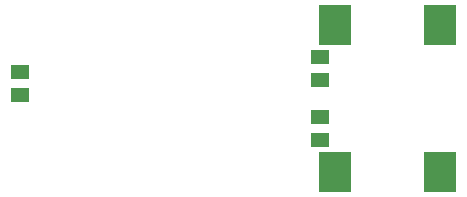
<source format=gbr>
G04 EAGLE Gerber RS-274X export*
G75*
%MOMM*%
%FSLAX34Y34*%
%LPD*%
%INSolderpaste Bottom*%
%IPPOS*%
%AMOC8*
5,1,8,0,0,1.08239X$1,22.5*%
G01*
%ADD10R,2.800000X3.500000*%
%ADD11R,1.500000X1.300000*%


D10*
X469900Y481100D03*
X469900Y357100D03*
X558800Y481100D03*
X558800Y357100D03*
D11*
X457200Y384200D03*
X457200Y403200D03*
X457200Y435000D03*
X457200Y454000D03*
X203200Y422300D03*
X203200Y441300D03*
M02*

</source>
